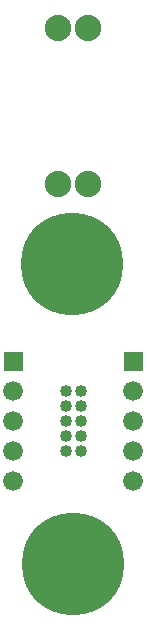
<source format=gbr>
G04 start of page 8 for group -4062 idx -4062 *
G04 Title: (unknown), soldermask *
G04 Creator: pcb 20140316 *
G04 CreationDate: Wed 10 Feb 2021 04:09:06 PM GMT UTC *
G04 For: tom *
G04 Format: Gerber/RS-274X *
G04 PCB-Dimensions (mil): 600.00 2100.00 *
G04 PCB-Coordinate-Origin: lower left *
%MOIN*%
%FSLAX25Y25*%
%LNBOTTOMMASK*%
%ADD54C,0.0660*%
%ADD53C,0.0001*%
%ADD52C,0.0400*%
%ADD51C,0.3406*%
%ADD50C,0.0880*%
G54D50*X25000Y203550D03*
X35000D03*
Y151550D03*
X25000D03*
G54D51*X29500Y125000D03*
G54D52*X27500Y82500D03*
Y77500D03*
G54D51*X30000Y25000D03*
G54D52*X27500Y72500D03*
Y67500D03*
Y62500D03*
X32500D03*
Y67500D03*
Y72500D03*
Y77500D03*
Y82500D03*
G54D53*G36*
X6700Y95800D02*Y89200D01*
X13300D01*
Y95800D01*
X6700D01*
G37*
G54D54*X10000Y82500D03*
Y72500D03*
Y62500D03*
Y52500D03*
G54D53*G36*
X46700Y95800D02*Y89200D01*
X53300D01*
Y95800D01*
X46700D01*
G37*
G54D54*X50000Y82500D03*
Y72500D03*
Y62500D03*
Y52500D03*
G54D53*G36*
X22000Y187000D02*G37*
G36*
X30000D02*G37*
G36*
X35000D02*G37*
G36*
X40000D02*G37*
G36*
X25500D02*G37*
M02*

</source>
